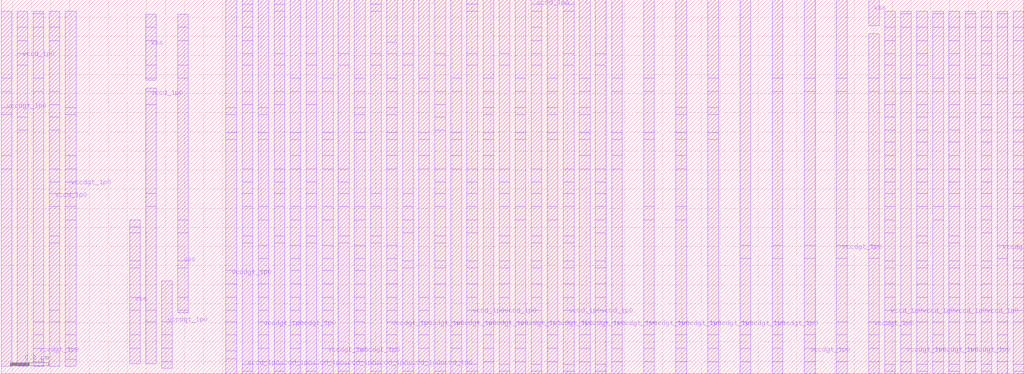
<source format=lef>
### Tool : gds2def
### Version 14.1     Linux64
### Vendor : Apache Design, Inc. A Subsidiary of ANSYS, Inc. 
### Date : Jun 19 2014 02:20:56 

VERSION 5.5 ;
NAMESCASESENSITIVE ON ;
DIVIDERCHAR "/" ;
BUSBITCHARS "[]" ;
MACRO c73p4hdxrom_iopwrcell
 CLASS CORE ;
 ORIGIN -0.224 -0.042 ;
 SIZE 2.912 BY 1.197 ;
 PIN vccd_1p0
  DIRECTION INOUT ;
  USE POWER ;
  PORT
   LAYER m1 ;
   RECT 2.912 0.042 2.968 1.236 ;
  END
  PORT
   LAYER m1 ;
   RECT 2.744 0.042 2.8 1.236 ;
  END
  PORT
   LAYER m1 ;
   RECT 2.408 0.042 2.464 1.236 ;
  END
  PORT
   LAYER m1 ;
   RECT 2.576 0.042 2.632 1.236 ;
  END
  PORT
   LAYER m1 ;
   RECT 2.24 0.042 2.296 1.236 ;
  END
  PORT
   LAYER m1 ;
   RECT 2.072 0.042 2.128 1.236 ;
  END
  PORT
   LAYER m1 ;
   RECT 1.736 0.042 1.792 1.236 ;
  END
  PORT
   LAYER m1 ;
   RECT 1.904 0.042 1.96 1.236 ;
  END
  PORT
   LAYER m1 ;
   RECT 3.08 0.042 3.136 1.236 ;
  END
  PORT
   LAYER m1 ;
   RECT 1.4 0.042 1.456 1.236 ;
  END
  PORT
   LAYER m1 ;
   RECT 0.98 0.21 1.036 1.223 ;
  END
  PORT
   LAYER m1 ;
   RECT 0.812 0.209 0.868 1.222 ;
  END
  PORT
   LAYER m1 ;
   RECT 0.224 0.042 0.28 1.236 ;
  END
  PORT
   LAYER m1 ;
   RECT 1.568 0.042 1.624 1.236 ;
  END
 END vccd_1p0
 PIN vccdgt_1p0
  DIRECTION INOUT ;
  USE POWER ;
  PORT
   LAYER m1 ;
   RECT 2.996 0.042 3.052 1.236 ;
  END
  PORT
   LAYER m1 ;
   RECT 2.66 0.042 2.716 1.236 ;
  END
  PORT
   LAYER m1 ;
   RECT 1.652 0.9 1.708 1.236 ;
  END
  PORT
   LAYER m1 ;
   RECT 1.988 0.042 2.044 1.236 ;
  END
  PORT
   LAYER m1 ;
   RECT 2.324 0.042 2.38 1.236 ;
  END
  PORT
   LAYER m1 ;
   RECT 1.652 0.042 1.708 0.858 ;
  END
  PORT
   LAYER m1 ;
   RECT 1.316 0.042 1.372 1.236 ;
  END
  PORT
   LAYER m1 ;
   RECT 1.484 0.042 1.54 1.236 ;
  END
  PORT
   LAYER m1 ;
   RECT 1.064 0.042 1.12 1.236 ;
  END
  PORT
   LAYER m1 ;
   RECT 0.728 0.042 0.784 1.236 ;
  END
 END vccdgt_1p0
 PIN vss
  DIRECTION INOUT ;
  USE GROUND ;
  PORT
   LAYER m1 ;
   RECT 1.148 0.474 1.204 1.16 ;
  END
  PORT
   LAYER m1 ;
   RECT 0.392 0.609 0.448 0.912 ;
  END
 END vss
 PIN pwren_in
  DIRECTION INPUT ;
  USE SIGNAL ;
 END pwren_in
END c73p4hdxrom_iopwrcell

MACRO c73p4hdxrom_x4pwrcell
 CLASS CORE ;
 ORIGIN -0.001 -1.097 ;
 SIZE 0.728 BY 0.898 ;
 PIN vccd_1p0
  DIRECTION INOUT ;
  USE POWER ;
  PORT
   LAYER m1 ;
   RECT 0.673 1.582 0.729 1.65 ;
   LAYER m1 ;
   RECT 0.673 1.097 0.729 1.582 ;
   LAYER m1 ;
   RECT 0.673 1.582 0.729 1.767 ;
   LAYER m1 ;
   RECT 0.673 1.65 0.729 1.767 ;
   LAYER m1 ;
   RECT 0.673 1.097 0.729 1.582 ;
  END
  PORT
   LAYER m1 ;
   RECT 0.169 1.778 0.225 1.848 ;
   LAYER m1 ;
   RECT 0.169 1.133 0.225 1.872 ;
   LAYER m1 ;
   RECT 0.169 1.31 0.225 1.378 ;
   LAYER m1 ;
   RECT 0.169 1.133 0.225 1.872 ;
   LAYER m1 ;
   RECT 0.169 1.442 0.225 1.512 ;
   LAYER m1 ;
   RECT 0.169 1.65 0.225 1.71 ;
  END
  PORT
   LAYER m1 ;
   RECT 0.001 1.442 0.057 1.512 ;
   LAYER m1 ;
   RECT 0.001 1.133 0.057 1.767 ;
   LAYER m1 ;
   RECT 0.001 1.582 0.057 1.65 ;
   LAYER m1 ;
   RECT 0.001 1.133 0.057 1.767 ;
  END
  PORT
   LAYER m1 ;
   RECT 0.337 1.31 0.393 1.378 ;
   LAYER m1 ;
   RECT 0.337 1.133 0.393 1.872 ;
   LAYER m1 ;
   RECT 0.337 1.582 0.393 1.65 ;
   LAYER m1 ;
   RECT 0.337 1.133 0.393 1.872 ;
   LAYER m1 ;
   RECT 0.337 1.442 0.393 1.512 ;
   LAYER m1 ;
   RECT 0.337 1.778 0.393 1.848 ;
  END
 END vccd_1p0
 PIN vccdgt_1p0
  DIRECTION INOUT ;
  USE POWER ;
  PORT
   LAYER m1 ;
   RECT 0.589 1.71 0.645 1.778 ;
   LAYER m1 ;
   RECT 0.589 1.133 0.645 1.995 ;
   LAYER m1 ;
   RECT 0.589 1.848 0.645 1.918 ;
   LAYER m1 ;
   RECT 0.589 1.106 0.645 1.995 ;
   LAYER m1 ;
   RECT 0.589 1.392 0.645 1.428 ;
   LAYER m1 ;
   RECT 0.589 1.512 0.645 1.582 ;
   LAYER m1 ;
   RECT 0.589 1.106 0.645 1.176 ;
  END
  PORT
   LAYER m1 ;
   RECT 0.421 1.71 0.477 1.778 ;
   LAYER m1 ;
   RECT 0.421 1.133 0.477 1.995 ;
   LAYER m1 ;
   RECT 0.421 1.392 0.477 1.428 ;
   LAYER m1 ;
   RECT 0.421 1.133 0.477 1.995 ;
   LAYER m1 ;
   RECT 0.421 1.512 0.477 1.582 ;
   LAYER m1 ;
   RECT 0.421 1.26 0.477 1.296 ;
  END
  PORT
   LAYER m1 ;
   RECT 0.253 1.848 0.309 1.918 ;
   LAYER m1 ;
   RECT 0.253 1.133 0.309 1.995 ;
   LAYER m1 ;
   RECT 0.253 1.106 0.309 1.176 ;
   LAYER m1 ;
   RECT 0.253 1.106 0.309 1.995 ;
  END
  PORT
   LAYER m1 ;
   RECT 0.085 1.71 0.141 1.778 ;
   LAYER m1 ;
   RECT 0.085 1.133 0.141 1.995 ;
   LAYER m1 ;
   RECT 0.085 1.26 0.141 1.296 ;
   LAYER m1 ;
   RECT 0.085 1.133 0.141 1.995 ;
  END
 END vccdgt_1p0
 PIN pwren_in
  DIRECTION INPUT ;
  USE SIGNAL ;
 END pwren_in
END c73p4hdxrom_x4pwrcell

MACRO c73p4hdxrom_wldrvgappwrcell
 CLASS CORE ;
 ORIGIN -0.14 -0.034 ;
 SIZE 5.348 BY 1.958 ;
 PIN vccd_1p0
  DIRECTION INOUT ;
  USE POWER ;
  PORT
   LAYER m1 ;
   RECT 5.432 1.778 5.488 1.848 ;
   LAYER m1 ;
   RECT 5.432 0.034 5.488 1.932 ;
   LAYER m1 ;
   RECT 5.432 1.442 5.488 1.512 ;
   LAYER m1 ;
   RECT 5.432 0.034 5.488 1.932 ;
   LAYER m1 ;
   RECT 5.432 1.31 5.488 1.378 ;
   LAYER m1 ;
   RECT 5.432 1.038 5.488 1.106 ;
   LAYER m1 ;
   RECT 5.432 1.176 5.488 1.246 ;
   LAYER m1 ;
   RECT 5.432 0.048 5.488 0.084 ;
   LAYER m1 ;
   RECT 5.432 0.91 5.488 0.978 ;
   LAYER m1 ;
   RECT 5.432 0.306 5.488 0.366 ;
   LAYER m1 ;
   RECT 5.432 0.588 5.488 0.624 ;
   LAYER m1 ;
   RECT 5.432 0.434 5.488 0.504 ;
   LAYER m1 ;
   RECT 5.432 0.77 5.488 0.84 ;
  END
  PORT
   LAYER m1 ;
   RECT 4.76 1.778 4.816 1.848 ;
   LAYER m1 ;
   RECT 4.76 0.034 4.816 1.932 ;
   LAYER m1 ;
   RECT 4.76 1.442 4.816 1.512 ;
   LAYER m1 ;
   RECT 4.76 0.034 4.816 1.932 ;
   LAYER m1 ;
   RECT 4.76 1.038 4.816 1.106 ;
   LAYER m1 ;
   RECT 4.76 1.176 4.816 1.246 ;
   LAYER m1 ;
   RECT 4.76 1.31 4.816 1.378 ;
   LAYER m1 ;
   RECT 4.76 1.65 4.816 1.71 ;
   LAYER m1 ;
   RECT 4.76 0.91 4.816 0.978 ;
   LAYER m1 ;
   RECT 4.76 0.588 4.816 0.624 ;
   LAYER m1 ;
   RECT 4.76 0.434 4.816 0.504 ;
   LAYER m1 ;
   RECT 4.76 0.77 4.816 0.84 ;
   LAYER m1 ;
   RECT 4.76 0.048 4.816 0.084 ;
   LAYER m1 ;
   RECT 4.76 0.306 4.816 0.366 ;
  END
  PORT
   LAYER m1 ;
   RECT 4.928 1.778 4.984 1.848 ;
   LAYER m1 ;
   RECT 4.928 0.034 4.984 1.932 ;
   LAYER m1 ;
   RECT 4.928 1.038 4.984 1.106 ;
   LAYER m1 ;
   RECT 4.928 0.034 4.984 1.932 ;
   LAYER m1 ;
   RECT 4.928 1.176 4.984 1.246 ;
   LAYER m1 ;
   RECT 4.928 1.31 4.984 1.378 ;
   LAYER m1 ;
   RECT 4.928 1.442 4.984 1.512 ;
   LAYER m1 ;
   RECT 4.928 1.65 4.984 1.71 ;
   LAYER m1 ;
   RECT 4.928 0.91 4.984 0.978 ;
   LAYER m1 ;
   RECT 4.928 0.72 4.984 0.756 ;
   LAYER m1 ;
   RECT 4.928 0.434 4.984 0.504 ;
   LAYER m1 ;
   RECT 4.928 0.588 4.984 0.624 ;
   LAYER m1 ;
   RECT 4.928 0.048 4.984 0.084 ;
   LAYER m1 ;
   RECT 4.928 0.306 4.984 0.366 ;
  END
  PORT
   LAYER m1 ;
   RECT 5.096 1.778 5.152 1.848 ;
   LAYER m1 ;
   RECT 5.096 0.034 5.152 1.932 ;
   LAYER m1 ;
   RECT 5.096 1.038 5.152 1.106 ;
   LAYER m1 ;
   RECT 5.096 0.034 5.152 1.932 ;
   LAYER m1 ;
   RECT 5.096 1.176 5.152 1.246 ;
   LAYER m1 ;
   RECT 5.096 1.31 5.152 1.378 ;
   LAYER m1 ;
   RECT 5.096 1.442 5.152 1.512 ;
   LAYER m1 ;
   RECT 5.096 1.65 5.152 1.71 ;
   LAYER m1 ;
   RECT 5.096 0.91 5.152 0.978 ;
   LAYER m1 ;
   RECT 5.096 0.72 5.152 0.756 ;
   LAYER m1 ;
   RECT 5.096 0.588 5.152 0.624 ;
   LAYER m1 ;
   RECT 5.096 0.434 5.152 0.504 ;
   LAYER m1 ;
   RECT 5.096 0.048 5.152 0.084 ;
   LAYER m1 ;
   RECT 5.096 0.306 5.152 0.366 ;
  END
  PORT
   LAYER m1 ;
   RECT 5.264 1.778 5.32 1.848 ;
   LAYER m1 ;
   RECT 5.264 0.034 5.32 1.932 ;
   LAYER m1 ;
   RECT 5.264 1.038 5.32 1.106 ;
   LAYER m1 ;
   RECT 5.264 0.034 5.32 1.932 ;
   LAYER m1 ;
   RECT 5.264 1.176 5.32 1.246 ;
   LAYER m1 ;
   RECT 5.264 1.31 5.32 1.378 ;
   LAYER m1 ;
   RECT 5.264 1.442 5.32 1.512 ;
   LAYER m1 ;
   RECT 5.264 1.65 5.32 1.71 ;
   LAYER m1 ;
   RECT 5.264 0.91 5.32 0.978 ;
   LAYER m1 ;
   RECT 5.264 0.434 5.32 0.504 ;
   LAYER m1 ;
   RECT 5.264 0.77 5.32 0.84 ;
   LAYER m1 ;
   RECT 5.264 0.588 5.32 0.624 ;
   LAYER m1 ;
   RECT 5.264 0.048 5.32 0.084 ;
   LAYER m1 ;
   RECT 5.264 0.306 5.32 0.366 ;
  END
  PORT
   LAYER m1 ;
   RECT 3.248 0.034 3.304 1.991 ;
   LAYER m1 ;
   RECT 3.248 1.038 3.304 1.106 ;
   LAYER m1 ;
   RECT 3.248 0.034 3.304 1.991 ;
   LAYER m1 ;
   RECT 3.248 1.65 3.304 1.71 ;
   LAYER m1 ;
   RECT 3.248 0.91 3.304 0.978 ;
   LAYER m1 ;
   RECT 3.248 0.434 3.304 0.504 ;
   LAYER m1 ;
   RECT 3.248 0.77 3.304 0.84 ;
   LAYER m1 ;
   RECT 3.248 0.588 3.304 0.624 ;
   LAYER m1 ;
   RECT 3.248 0.048 3.304 0.084 ;
   LAYER m1 ;
   RECT 3.248 0.306 3.304 0.366 ;
  END
  PORT
   LAYER m1 ;
   RECT 3.08 1.932 3.136 1.968 ;
   LAYER m1 ;
   RECT 3.08 0.034 3.136 1.991 ;
   LAYER m1 ;
   RECT 3.08 1.038 3.136 1.106 ;
   LAYER m1 ;
   RECT 3.08 0.034 3.136 1.991 ;
   LAYER m1 ;
   RECT 3.08 1.65 3.136 1.71 ;
   LAYER m1 ;
   RECT 3.08 0.91 3.136 0.978 ;
   LAYER m1 ;
   RECT 3.08 0.72 3.136 0.756 ;
   LAYER m1 ;
   RECT 3.08 0.434 3.136 0.504 ;
   LAYER m1 ;
   RECT 3.08 0.588 3.136 0.624 ;
   LAYER m1 ;
   RECT 3.08 0.048 3.136 0.084 ;
   LAYER m1 ;
   RECT 3.08 0.306 3.136 0.366 ;
  END
  PORT
   LAYER m1 ;
   RECT 2.744 0.034 2.8 1.991 ;
   LAYER m1 ;
   RECT 2.744 1.038 2.8 1.106 ;
   LAYER m1 ;
   RECT 2.744 0.034 2.8 1.991 ;
   LAYER m1 ;
   RECT 2.744 1.65 2.8 1.71 ;
   LAYER m1 ;
   RECT 2.744 0.72 2.8 0.756 ;
   LAYER m1 ;
   RECT 2.744 0.91 2.8 0.978 ;
   LAYER m1 ;
   RECT 2.744 0.434 2.8 0.504 ;
   LAYER m1 ;
   RECT 2.744 0.588 2.8 0.624 ;
   LAYER m1 ;
   RECT 2.744 0.048 2.8 0.084 ;
   LAYER m1 ;
   RECT 2.744 0.306 2.8 0.366 ;
  END
  PORT
   LAYER m1 ;
   RECT 2.576 1.932 2.632 1.968 ;
   LAYER m1 ;
   RECT 2.576 0.034 2.632 1.991 ;
   LAYER m1 ;
   RECT 2.576 1.038 2.632 1.106 ;
   LAYER m1 ;
   RECT 2.576 0.034 2.632 1.991 ;
   LAYER m1 ;
   RECT 2.576 1.65 2.632 1.71 ;
   LAYER m1 ;
   RECT 2.576 0.91 2.632 0.978 ;
   LAYER m1 ;
   RECT 2.576 0.434 2.632 0.504 ;
   LAYER m1 ;
   RECT 2.576 0.77 2.632 0.84 ;
   LAYER m1 ;
   RECT 2.576 0.588 2.632 0.624 ;
   LAYER m1 ;
   RECT 2.576 0.048 2.632 0.084 ;
   LAYER m1 ;
   RECT 2.576 0.306 2.632 0.366 ;
  END
  PORT
   LAYER m1 ;
   RECT 2.408 0.034 2.464 1.991 ;
   LAYER m1 ;
   RECT 2.408 1.31 2.464 1.378 ;
   LAYER m1 ;
   RECT 2.408 0.034 2.464 1.991 ;
   LAYER m1 ;
   RECT 2.408 1.038 2.464 1.106 ;
   LAYER m1 ;
   RECT 2.408 1.442 2.464 1.512 ;
   LAYER m1 ;
   RECT 2.408 1.65 2.464 1.71 ;
   LAYER m1 ;
   RECT 2.408 0.91 2.464 0.978 ;
   LAYER m1 ;
   RECT 2.408 0.72 2.464 0.756 ;
   LAYER m1 ;
   RECT 2.408 0.588 2.464 0.624 ;
   LAYER m1 ;
   RECT 2.408 0.434 2.464 0.504 ;
   LAYER m1 ;
   RECT 2.408 0.048 2.464 0.084 ;
  END
  PORT
   LAYER m1 ;
   RECT 2.24 0.034 2.296 1.991 ;
   LAYER m1 ;
   RECT 2.24 1.65 2.296 1.71 ;
   LAYER m1 ;
   RECT 2.24 0.034 2.296 1.991 ;
   LAYER m1 ;
   RECT 2.24 0.91 2.296 0.978 ;
   LAYER m1 ;
   RECT 2.24 0.77 2.296 0.84 ;
   LAYER m1 ;
   RECT 2.24 0.588 2.296 0.624 ;
   LAYER m1 ;
   RECT 2.24 0.048 2.296 0.084 ;
  END
  PORT
   LAYER m1 ;
   RECT 1.568 1.932 1.624 1.968 ;
   LAYER m1 ;
   RECT 1.568 0.034 1.624 1.991 ;
   LAYER m1 ;
   RECT 1.568 1.038 1.624 1.106 ;
   LAYER m1 ;
   RECT 1.568 0.034 1.624 1.991 ;
   LAYER m1 ;
   RECT 1.568 1.442 1.624 1.512 ;
   LAYER m1 ;
   RECT 1.568 1.65 1.624 1.71 ;
   LAYER m1 ;
   RECT 1.568 0.91 1.624 0.978 ;
   LAYER m1 ;
   RECT 1.568 0.72 1.624 0.756 ;
   LAYER m1 ;
   RECT 1.568 0.048 1.624 0.084 ;
  END
  PORT
   LAYER m1 ;
   RECT 1.4 1.932 1.456 1.968 ;
   LAYER m1 ;
   RECT 1.4 0.034 1.456 1.991 ;
   LAYER m1 ;
   RECT 1.4 1.778 1.456 1.848 ;
   LAYER m1 ;
   RECT 1.4 0.034 1.456 1.991 ;
   LAYER m1 ;
   RECT 1.4 1.038 1.456 1.106 ;
   LAYER m1 ;
   RECT 1.4 1.442 1.456 1.512 ;
   LAYER m1 ;
   RECT 1.4 1.65 1.456 1.71 ;
   LAYER m1 ;
   RECT 1.4 0.91 1.456 0.978 ;
   LAYER m1 ;
   RECT 1.4 0.72 1.456 0.756 ;
   LAYER m1 ;
   RECT 1.4 0.048 1.456 0.084 ;
  END
  PORT
   LAYER m1 ;
   RECT 1.736 0.034 1.792 1.991 ;
   LAYER m1 ;
   RECT 1.736 1.038 1.792 1.106 ;
   LAYER m1 ;
   RECT 1.736 0.034 1.792 1.991 ;
   LAYER m1 ;
   RECT 1.736 1.442 1.792 1.512 ;
   LAYER m1 ;
   RECT 1.736 1.65 1.792 1.71 ;
   LAYER m1 ;
   RECT 1.736 0.91 1.792 0.978 ;
   LAYER m1 ;
   RECT 1.736 0.72 1.792 0.756 ;
   LAYER m1 ;
   RECT 1.736 0.048 1.792 0.084 ;
  END
  PORT
   LAYER m1 ;
   RECT 1.904 0.034 1.96 1.991 ;
   LAYER m1 ;
   RECT 1.904 1.038 1.96 1.106 ;
   LAYER m1 ;
   RECT 1.904 0.034 1.96 1.991 ;
   LAYER m1 ;
   RECT 1.904 1.65 1.96 1.71 ;
   LAYER m1 ;
   RECT 1.904 0.91 1.96 0.978 ;
   LAYER m1 ;
   RECT 1.904 0.72 1.96 0.756 ;
   LAYER m1 ;
   RECT 1.904 0.048 1.96 0.084 ;
  END
  PORT
   LAYER m1 ;
   RECT 2.072 0.034 2.128 1.991 ;
   LAYER m1 ;
   RECT 2.072 1.932 2.128 1.968 ;
   LAYER m1 ;
   RECT 2.072 0.034 2.128 1.991 ;
   LAYER m1 ;
   RECT 2.072 1.65 2.128 1.71 ;
   LAYER m1 ;
   RECT 2.072 0.91 2.128 0.978 ;
   LAYER m1 ;
   RECT 2.072 0.72 2.128 0.756 ;
   LAYER m1 ;
   RECT 2.072 0.048 2.128 0.084 ;
  END
  PORT
   LAYER m1 ;
   RECT 0.896 1.442 0.952 1.512 ;
   LAYER m1 ;
   RECT 0.896 0.085 0.952 1.528 ;
   LAYER m1 ;
   RECT 0.896 0.91 0.952 0.978 ;
   LAYER m1 ;
   RECT 0.896 0.91 0.952 0.978 ;
   LAYER m1 ;
   RECT 0.896 0.085 0.952 1.528 ;
   LAYER m1 ;
   RECT 0.896 0.306 0.952 0.366 ;
   LAYER m1 ;
   RECT 0.896 0.306 0.952 0.366 ;
   LAYER m1 ;
   RECT 0.896 1.442 0.952 1.512 ;
  END
  PORT
   LAYER m1 ;
   RECT 0.392 1.778 0.448 1.848 ;
   LAYER m1 ;
   RECT 0.392 0.074 0.448 1.932 ;
   LAYER m1 ;
   RECT 0.392 1.442 0.448 1.512 ;
   LAYER m1 ;
   RECT 0.392 0.074 0.448 1.932 ;
   LAYER m1 ;
   RECT 0.392 1.31 0.448 1.378 ;
   LAYER m1 ;
   RECT 0.392 1.038 0.448 1.106 ;
   LAYER m1 ;
   RECT 0.392 0.72 0.448 0.756 ;
   LAYER m1 ;
   RECT 0.392 0.306 0.448 0.366 ;
   LAYER m1 ;
   RECT 0.392 0.91 0.448 0.978 ;
  END
  PORT
   LAYER m1 ;
   RECT 0.224 1.778 0.28 1.848 ;
   LAYER m1 ;
   RECT 0.224 0.074 0.28 1.932 ;
   LAYER m1 ;
   RECT 0.224 1.31 0.28 1.378 ;
   LAYER m1 ;
   RECT 0.224 0.074 0.28 1.932 ;
   LAYER m1 ;
   RECT 0.224 1.65 0.28 1.71 ;
  END
  PORT
   LAYER m1 ;
   RECT 2.912 0.034 2.968 1.991 ;
   LAYER m1 ;
   RECT 2.912 0.91 2.968 0.978 ;
   LAYER m1 ;
   RECT 2.912 0.034 2.968 1.991 ;
   LAYER m1 ;
   RECT 2.912 0.048 2.968 0.084 ;
   LAYER m1 ;
   RECT 2.912 0.306 2.968 0.366 ;
   LAYER m1 ;
   RECT 2.912 0.588 2.968 0.624 ;
   LAYER m1 ;
   RECT 2.912 0.72 2.968 0.756 ;
   LAYER m1 ;
   RECT 2.912 0.434 2.968 0.504 ;
   LAYER m1 ;
   RECT 2.912 1.038 2.968 1.106 ;
   LAYER m1 ;
   RECT 2.912 1.65 2.968 1.71 ;
   LAYER m1 ;
   RECT 2.912 1.778 2.968 1.848 ;
   LAYER m1 ;
   RECT 2.912 1.932 2.968 1.968 ;
  END
 END vccd_1p0
 PIN vccdgt_1p0
  DIRECTION INOUT ;
  USE POWER ;
  PORT
   LAYER m1 ;
   RECT 4.844 1.848 4.9 1.918 ;
   LAYER m1 ;
   RECT 4.844 0.034 4.9 1.932 ;
   LAYER m1 ;
   RECT 4.844 1.512 4.9 1.582 ;
   LAYER m1 ;
   RECT 4.844 0.034 4.9 1.932 ;
   LAYER m1 ;
   RECT 4.844 0.238 4.9 0.306 ;
   LAYER m1 ;
   RECT 4.844 0.098 4.9 0.168 ;
  END
  PORT
   LAYER m1 ;
   RECT 5.012 1.848 5.068 1.918 ;
   LAYER m1 ;
   RECT 5.012 0.034 5.068 1.932 ;
   LAYER m1 ;
   RECT 5.012 1.512 5.068 1.582 ;
   LAYER m1 ;
   RECT 5.012 0.034 5.068 1.932 ;
   LAYER m1 ;
   RECT 5.012 0.84 5.068 0.91 ;
   LAYER m1 ;
   RECT 5.012 0.238 5.068 0.306 ;
   LAYER m1 ;
   RECT 5.012 0.098 5.068 0.168 ;
  END
  PORT
   LAYER m1 ;
   RECT 5.18 1.848 5.236 1.918 ;
   LAYER m1 ;
   RECT 5.18 0.034 5.236 1.932 ;
   LAYER m1 ;
   RECT 5.18 1.512 5.236 1.582 ;
   LAYER m1 ;
   RECT 5.18 0.034 5.236 1.932 ;
   LAYER m1 ;
   RECT 5.18 0.238 5.236 0.306 ;
   LAYER m1 ;
   RECT 5.18 0.098 5.236 0.168 ;
  END
  PORT
   LAYER m1 ;
   RECT 4.676 1.512 4.732 1.582 ;
   LAYER m1 ;
   RECT 4.676 0.034 4.732 1.813 ;
   LAYER m1 ;
   RECT 4.676 0.638 4.732 0.706 ;
   LAYER m1 ;
   RECT 4.676 0.034 4.732 1.813 ;
   LAYER m1 ;
   RECT 4.676 0.098 4.732 0.168 ;
   LAYER m1 ;
   RECT 4.676 0.238 4.732 0.306 ;
  END
  PORT
   LAYER m1 ;
   RECT 5.348 1.512 5.404 1.582 ;
   LAYER m1 ;
   RECT 5.348 0.034 5.404 1.932 ;
   LAYER m1 ;
   RECT 5.348 1.848 5.404 1.918 ;
   LAYER m1 ;
   RECT 5.348 0.034 5.404 1.932 ;
   LAYER m1 ;
   RECT 5.348 0.238 5.404 0.306 ;
   LAYER m1 ;
   RECT 5.348 0.098 5.404 0.168 ;
   LAYER m1 ;
   RECT 5.348 0.638 5.404 0.706 ;
  END
  PORT
   LAYER m1 ;
   RECT 3.836 0.034 3.892 1.991 ;
   LAYER m1 ;
   RECT 3.836 1.512 3.892 1.582 ;
   LAYER m1 ;
   RECT 3.836 0.034 3.892 1.991 ;
   LAYER m1 ;
   RECT 3.836 1.392 3.892 1.428 ;
   LAYER m1 ;
   RECT 3.836 1.26 3.892 1.296 ;
   LAYER m1 ;
   RECT 3.836 0.098 3.892 0.168 ;
   LAYER m1 ;
   RECT 3.836 0.238 3.892 0.306 ;
  END
  PORT
   LAYER m1 ;
   RECT 4.172 0.034 4.228 1.991 ;
   LAYER m1 ;
   RECT 4.172 1.512 4.228 1.582 ;
   LAYER m1 ;
   RECT 4.172 0.034 4.228 1.991 ;
   LAYER m1 ;
   RECT 4.172 0.638 4.228 0.706 ;
   LAYER m1 ;
   RECT 4.172 0.098 4.228 0.168 ;
   LAYER m1 ;
   RECT 4.172 0.238 4.228 0.306 ;
  END
  PORT
   LAYER m1 ;
   RECT 4.34 0.034 4.396 1.991 ;
   LAYER m1 ;
   RECT 4.34 1.512 4.396 1.582 ;
   LAYER m1 ;
   RECT 4.34 0.034 4.396 1.991 ;
   LAYER m1 ;
   RECT 4.34 0.638 4.396 0.706 ;
   LAYER m1 ;
   RECT 4.34 0.238 4.396 0.306 ;
   LAYER m1 ;
   RECT 4.34 0.098 4.396 0.168 ;
  END
  PORT
   LAYER m1 ;
   RECT 4.004 0.034 4.06 1.991 ;
   LAYER m1 ;
   RECT 4.004 0.638 4.06 0.706 ;
   LAYER m1 ;
   RECT 4.004 0.034 4.06 1.991 ;
   LAYER m1 ;
   RECT 4.004 0.098 4.06 0.168 ;
   LAYER m1 ;
   RECT 4.004 0.238 4.06 0.306 ;
  END
  PORT
   LAYER m1 ;
   RECT 3.164 0.034 3.22 1.991 ;
   LAYER m1 ;
   RECT 3.164 1.106 3.22 1.176 ;
   LAYER m1 ;
   RECT 3.164 0.034 3.22 1.991 ;
   LAYER m1 ;
   RECT 3.164 1.26 3.22 1.296 ;
   LAYER m1 ;
   RECT 3.164 1.512 3.22 1.582 ;
   LAYER m1 ;
   RECT 3.164 1.392 3.22 1.428 ;
   LAYER m1 ;
   RECT 3.164 0.098 3.22 0.168 ;
   LAYER m1 ;
   RECT 3.164 0.238 3.22 0.306 ;
  END
  PORT
   LAYER m1 ;
   RECT 3.332 0.034 3.388 1.991 ;
   LAYER m1 ;
   RECT 3.332 1.106 3.388 1.176 ;
   LAYER m1 ;
   RECT 3.332 0.034 3.388 1.991 ;
   LAYER m1 ;
   RECT 3.332 1.26 3.388 1.296 ;
   LAYER m1 ;
   RECT 3.332 1.512 3.388 1.582 ;
   LAYER m1 ;
   RECT 3.332 0.098 3.388 0.168 ;
   LAYER m1 ;
   RECT 3.332 0.238 3.388 0.306 ;
  END
  PORT
   LAYER m1 ;
   RECT 3.668 0.034 3.724 1.991 ;
   LAYER m1 ;
   RECT 3.668 1.106 3.724 1.176 ;
   LAYER m1 ;
   RECT 3.668 0.034 3.724 1.991 ;
   LAYER m1 ;
   RECT 3.668 1.26 3.724 1.296 ;
   LAYER m1 ;
   RECT 3.668 1.392 3.724 1.428 ;
   LAYER m1 ;
   RECT 3.668 0.84 3.724 0.91 ;
   LAYER m1 ;
   RECT 3.668 0.098 3.724 0.168 ;
   LAYER m1 ;
   RECT 3.668 0.238 3.724 0.306 ;
  END
  PORT
   LAYER m1 ;
   RECT 3.5 0.034 3.556 1.991 ;
   LAYER m1 ;
   RECT 3.5 1.26 3.556 1.296 ;
   LAYER m1 ;
   RECT 3.5 0.034 3.556 1.991 ;
   LAYER m1 ;
   RECT 3.5 1.512 3.556 1.582 ;
   LAYER m1 ;
   RECT 3.5 0.84 3.556 0.91 ;
   LAYER m1 ;
   RECT 3.5 0.098 3.556 0.168 ;
   LAYER m1 ;
   RECT 3.5 0.238 3.556 0.306 ;
  END
  PORT
   LAYER m1 ;
   RECT 2.996 0.034 3.052 1.991 ;
   LAYER m1 ;
   RECT 2.996 1.26 3.052 1.296 ;
   LAYER m1 ;
   RECT 2.996 0.034 3.052 1.991 ;
   LAYER m1 ;
   RECT 2.996 1.512 3.052 1.582 ;
   LAYER m1 ;
   RECT 2.996 1.392 3.052 1.428 ;
   LAYER m1 ;
   RECT 2.996 0.84 3.052 0.91 ;
   LAYER m1 ;
   RECT 2.996 0.098 3.052 0.168 ;
   LAYER m1 ;
   RECT 2.996 0.238 3.052 0.306 ;
  END
  PORT
   LAYER m1 ;
   RECT 4.508 0.034 4.564 1.991 ;
   LAYER m1 ;
   RECT 4.508 1.512 4.564 1.582 ;
   LAYER m1 ;
   RECT 4.508 0.034 4.564 1.991 ;
   LAYER m1 ;
   RECT 4.508 0.238 4.564 0.306 ;
   LAYER m1 ;
   RECT 4.508 0.098 4.564 0.168 ;
   LAYER m1 ;
   RECT 4.508 0.638 4.564 0.706 ;
  END
  PORT
   LAYER m1 ;
   RECT 2.66 0.034 2.716 1.991 ;
   LAYER m1 ;
   RECT 2.66 1.106 2.716 1.176 ;
   LAYER m1 ;
   RECT 2.66 0.034 2.716 1.991 ;
   LAYER m1 ;
   RECT 2.66 1.26 2.716 1.296 ;
   LAYER m1 ;
   RECT 2.66 1.392 2.716 1.428 ;
   LAYER m1 ;
   RECT 2.66 1.512 2.716 1.582 ;
   LAYER m1 ;
   RECT 2.66 0.098 2.716 0.168 ;
   LAYER m1 ;
   RECT 2.66 0.238 2.716 0.306 ;
  END
  PORT
   LAYER m1 ;
   RECT 2.156 0.034 2.212 1.991 ;
   LAYER m1 ;
   RECT 2.156 1.71 2.212 1.77 ;
   LAYER m1 ;
   RECT 2.156 0.034 2.212 1.991 ;
   LAYER m1 ;
   RECT 2.156 1.106 2.212 1.176 ;
   LAYER m1 ;
   RECT 2.156 1.26 2.212 1.296 ;
   LAYER m1 ;
   RECT 2.156 1.392 2.212 1.428 ;
   LAYER m1 ;
   RECT 2.156 1.512 2.212 1.582 ;
   LAYER m1 ;
   RECT 2.156 0.366 2.212 0.434 ;
   LAYER m1 ;
   RECT 2.156 0.504 2.212 0.574 ;
   LAYER m1 ;
   RECT 2.156 0.638 2.212 0.706 ;
   LAYER m1 ;
   RECT 2.156 0.098 2.212 0.168 ;
   LAYER m1 ;
   RECT 2.156 0.238 2.212 0.306 ;
  END
  PORT
   LAYER m1 ;
   RECT 2.324 0.034 2.38 1.991 ;
   LAYER m1 ;
   RECT 2.324 1.106 2.38 1.176 ;
   LAYER m1 ;
   RECT 2.324 0.034 2.38 1.991 ;
   LAYER m1 ;
   RECT 2.324 1.26 2.38 1.296 ;
   LAYER m1 ;
   RECT 2.324 1.512 2.38 1.582 ;
   LAYER m1 ;
   RECT 2.324 0.366 2.38 0.434 ;
   LAYER m1 ;
   RECT 2.324 0.098 2.38 0.168 ;
   LAYER m1 ;
   RECT 2.324 0.238 2.38 0.306 ;
  END
  PORT
   LAYER m1 ;
   RECT 2.492 0.034 2.548 1.991 ;
   LAYER m1 ;
   RECT 2.492 1.106 2.548 1.176 ;
   LAYER m1 ;
   RECT 2.492 0.034 2.548 1.991 ;
   LAYER m1 ;
   RECT 2.492 1.26 2.548 1.296 ;
   LAYER m1 ;
   RECT 2.492 1.512 2.548 1.582 ;
   LAYER m1 ;
   RECT 2.492 0.098 2.548 0.168 ;
   LAYER m1 ;
   RECT 2.492 0.238 2.548 0.306 ;
  END
  PORT
   LAYER m1 ;
   RECT 2.828 0.034 2.884 1.991 ;
   LAYER m1 ;
   RECT 2.828 1.26 2.884 1.296 ;
   LAYER m1 ;
   RECT 2.828 0.034 2.884 1.991 ;
   LAYER m1 ;
   RECT 2.828 1.512 2.884 1.582 ;
   LAYER m1 ;
   RECT 2.828 1.392 2.884 1.428 ;
   LAYER m1 ;
   RECT 2.828 0.84 2.884 0.91 ;
   LAYER m1 ;
   RECT 2.828 0.098 2.884 0.168 ;
   LAYER m1 ;
   RECT 2.828 0.238 2.884 0.306 ;
  END
  PORT
   LAYER m1 ;
   RECT 1.652 0.034 1.708 1.991 ;
   LAYER m1 ;
   RECT 1.652 1.106 1.708 1.176 ;
   LAYER m1 ;
   RECT 1.652 0.034 1.708 1.991 ;
   LAYER m1 ;
   RECT 1.652 1.26 1.708 1.296 ;
   LAYER m1 ;
   RECT 1.652 1.512 1.708 1.582 ;
   LAYER m1 ;
   RECT 1.652 0.638 1.708 0.706 ;
   LAYER m1 ;
   RECT 1.652 0.84 1.708 0.91 ;
   LAYER m1 ;
   RECT 1.652 0.504 1.708 0.574 ;
   LAYER m1 ;
   RECT 1.652 0.366 1.708 0.434 ;
   LAYER m1 ;
   RECT 1.652 0.098 1.708 0.168 ;
   LAYER m1 ;
   RECT 1.652 0.238 1.708 0.306 ;
  END
  PORT
   LAYER m1 ;
   RECT 1.82 0.034 1.876 1.991 ;
   LAYER m1 ;
   RECT 1.82 1.106 1.876 1.176 ;
   LAYER m1 ;
   RECT 1.82 0.034 1.876 1.991 ;
   LAYER m1 ;
   RECT 1.82 1.26 1.876 1.296 ;
   LAYER m1 ;
   RECT 1.82 1.512 1.876 1.582 ;
   LAYER m1 ;
   RECT 1.82 0.638 1.876 0.706 ;
   LAYER m1 ;
   RECT 1.82 0.84 1.876 0.91 ;
   LAYER m1 ;
   RECT 1.82 0.366 1.876 0.434 ;
   LAYER m1 ;
   RECT 1.82 0.504 1.876 0.574 ;
   LAYER m1 ;
   RECT 1.82 0.238 1.876 0.306 ;
   LAYER m1 ;
   RECT 1.82 0.098 1.876 0.168 ;
  END
  PORT
   LAYER m1 ;
   RECT 1.988 0.034 2.044 1.991 ;
   LAYER m1 ;
   RECT 1.988 1.26 2.044 1.296 ;
   LAYER m1 ;
   RECT 1.988 0.034 2.044 1.991 ;
   LAYER m1 ;
   RECT 1.988 1.512 2.044 1.582 ;
   LAYER m1 ;
   RECT 1.988 1.392 2.044 1.428 ;
   LAYER m1 ;
   RECT 1.988 0.638 2.044 0.706 ;
   LAYER m1 ;
   RECT 1.988 0.84 2.044 0.91 ;
   LAYER m1 ;
   RECT 1.988 0.366 2.044 0.434 ;
   LAYER m1 ;
   RECT 1.988 0.504 2.044 0.574 ;
   LAYER m1 ;
   RECT 1.988 0.238 2.044 0.306 ;
   LAYER m1 ;
   RECT 1.988 0.098 2.044 0.168 ;
  END
  PORT
   LAYER m1 ;
   RECT 1.484 0.034 1.54 1.991 ;
   LAYER m1 ;
   RECT 1.484 1.26 1.54 1.296 ;
   LAYER m1 ;
   RECT 1.484 0.034 1.54 1.991 ;
   LAYER m1 ;
   RECT 1.484 1.392 1.54 1.428 ;
   LAYER m1 ;
   RECT 1.484 0.638 1.54 0.706 ;
   LAYER m1 ;
   RECT 1.484 0.84 1.54 0.91 ;
   LAYER m1 ;
   RECT 1.484 0.366 1.54 0.434 ;
   LAYER m1 ;
   RECT 1.484 0.504 1.54 0.574 ;
   LAYER m1 ;
   RECT 1.484 0.098 1.54 0.168 ;
   LAYER m1 ;
   RECT 1.484 0.238 1.54 0.306 ;
  END
  PORT
   LAYER m1 ;
   RECT 0.308 1.848 0.364 1.918 ;
   LAYER m1 ;
   RECT 0.308 0.074 0.364 1.932 ;
   LAYER m1 ;
   RECT 0.308 1.512 0.364 1.582 ;
   LAYER m1 ;
   RECT 0.308 0.074 0.364 1.932 ;
   LAYER m1 ;
   RECT 0.308 0.238 0.364 0.306 ;
   LAYER m1 ;
   RECT 0.308 0.098 0.364 0.168 ;
  END
  PORT
   LAYER m1 ;
   RECT 0.14 1.106 0.196 1.176 ;
   LAYER m1 ;
   RECT 0.14 0.074 0.196 1.932 ;
   LAYER m1 ;
   RECT 0.14 1.512 0.196 1.582 ;
   LAYER m1 ;
   RECT 0.14 0.074 0.196 1.932 ;
   LAYER m1 ;
   RECT 0.14 1.392 0.196 1.428 ;
  END
  PORT
   LAYER m1 ;
   RECT 0.476 1.106 0.532 1.176 ;
   LAYER m1 ;
   RECT 0.476 0.074 0.532 1.932 ;
   LAYER m1 ;
   RECT 0.476 1.392 0.532 1.428 ;
   LAYER m1 ;
   RECT 0.476 0.074 0.532 1.932 ;
   LAYER m1 ;
   RECT 0.476 0.238 0.532 0.306 ;
   LAYER m1 ;
   RECT 0.476 0.111 0.532 0.167 ;
   LAYER m1 ;
   RECT 0.476 0.84 0.532 0.91 ;
   LAYER m1 ;
   RECT 0.476 0.978 0.532 1.038 ;
  END
  PORT
   LAYER m1 ;
   RECT 1.316 0.034 1.372 1.991 ;
   LAYER m1 ;
   RECT 1.316 1.26 1.372 1.296 ;
   LAYER m1 ;
   RECT 1.316 0.034 1.372 1.991 ;
   LAYER m1 ;
   RECT 1.316 1.392 1.372 1.428 ;
   LAYER m1 ;
   RECT 1.316 0.366 1.372 0.434 ;
   LAYER m1 ;
   RECT 1.316 0.112 1.372 0.154 ;
   LAYER m1 ;
   RECT 1.316 0.238 1.372 0.306 ;
   LAYER m1 ;
   RECT 1.316 0.504 1.372 0.574 ;
  END
  PORT
   LAYER m1 ;
   RECT 0.98 0.098 1.036 0.168 ;
   LAYER m1 ;
   RECT 0.98 0.063 1.036 0.519 ;
   LAYER m1 ;
   RECT 0.98 0.238 1.036 0.306 ;
   LAYER m1 ;
   RECT 0.98 0.063 1.036 0.519 ;
  END
 END vccdgt_1p0
 PIN vss
  DIRECTION INOUT ;
  USE GROUND ;
  PORT
   LAYER m1 ;
   RECT 4.676 1.855 4.732 1.992 ;
  END
  PORT
   LAYER m1 ;
   RECT 0.896 1.778 0.952 1.848 ;
   LAYER m1 ;
   RECT 0.896 1.57 0.952 1.915 ;
   LAYER m1 ;
   RECT 0.896 1.582 0.952 1.65 ;
   LAYER m1 ;
   RECT 0.896 1.57 0.952 1.915 ;
  END
  PORT
   LAYER m1 ;
   RECT 1.064 1.778 1.12 1.848 ;
   LAYER m1 ;
   RECT 1.064 0.352 1.12 1.915 ;
   LAYER m1 ;
   RECT 1.064 1.582 1.12 1.65 ;
   LAYER m1 ;
   RECT 1.064 0.352 1.12 1.915 ;
   LAYER m1 ;
   RECT 1.064 0.77 1.12 0.84 ;
   LAYER m1 ;
   RECT 1.064 0.366 1.12 0.434 ;
   LAYER m1 ;
   RECT 1.064 0.588 1.12 0.624 ;
  END
  PORT
   LAYER m1 ;
   RECT 0.812 0.366 0.868 0.434 ;
   LAYER m1 ;
   RECT 0.812 0.085 0.868 0.802 ;
   LAYER m1 ;
   RECT 0.812 0.77 0.868 0.84 ;
   LAYER m1 ;
   RECT 0.812 0.085 0.868 0.802 ;
   LAYER m1 ;
   RECT 0.812 0.588 0.868 0.624 ;
   LAYER m1 ;
   RECT 0.812 0.085 0.868 0.802 ;
   LAYER m1 ;
   RECT 0.812 0.168 0.868 0.238 ;
   LAYER m1 ;
   RECT 0.812 0.366 0.868 0.434 ;
  END
 END vss
 PIN pwren_in
  DIRECTION INPUT ;
  USE SIGNAL ;
 END pwren_in
END c73p4hdxrom_wldrvgappwrcell


END LIBRARY

</source>
